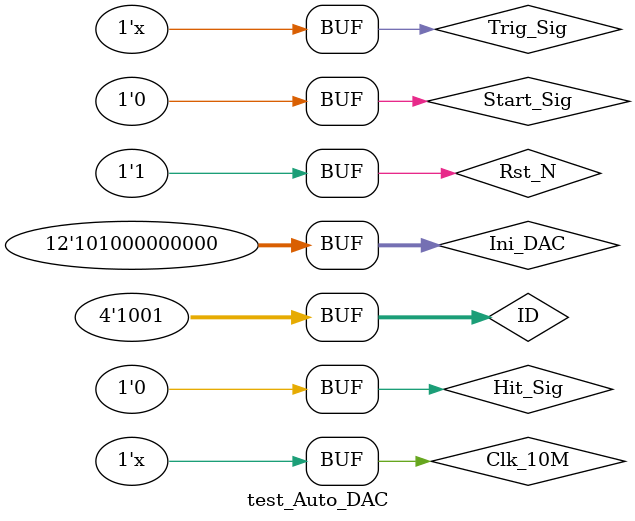
<source format=v>
`timescale 1ns / 1ns


module test_Auto_DAC(

    );
	reg Clk_10M;
	reg Rst_N;
	reg Start_Sig;
	wire [12:1] Ini_DAC = 12'ha00;
	wire [4:1] ID = 4'b1001;
	reg Hit_Sig;
	reg Trig_Sig;
	reg End_SC_Sig;
	wire Out_End_Flag;
	wire Out_Token_Sig;
	wire Out_Set_SC_Sig;
	wire [64:1] Out_Mask_Code;
	wire [12:1] Out_DAC_Code;
	wire [16:1] Out_Fifo_Din;
	wire Out_Fifo_Wr;

	initial 
	begin
		Clk_10M = 0;
		Rst_N = 0;
		Start_Sig = 0;
		Hit_Sig = 0;
		Trig_Sig = 0;
		#100
		Rst_N = 1'b1;
		#100
		Start_Sig = 1'b1;
		#500
		Start_Sig = 1'b0;
	end		

  always @ (*)
    begin
      #50
      Clk_10M <= ~Clk_10M; //10MHz Clock   
    end   
	
  always @ (*)
  begin
	  #5000
	  Trig_Sig <= ~Trig_Sig;
  end		
 /* always @ (posedge Trig_Sig )//100% hit
  begin
	#2000
	  Hit_Sig <= 1'b1;
	#500
	  Hit_Sig <= 1'b0;
  end		
*/

  always @(posedge Out_Set_SC_Sig)// 
  begin
	  #500
	  End_SC_Sig <= 1'b1;
	  #200
	  End_SC_Sig <= 1'b0;
  end		
 /*SKIROC2_S_Para_Scan SKIROC_Auto_TA_Inst(
    .Clk_10M(Clk_10M),
    .Rst_N(Rst_N),
    .In_Start(Start_Sig),
    .In_ID(ID),
    .In_Ini_DAC(Ini_DAC),
	.In_Hit_In(Hit_Sig),
    .In_Trig_In(Trig_Sig),//rising edge effect
	.In_Sc_End(End_SC_Sig),
    .Out_End(Out_End_Flag),
    .Out_Token(Out_Token_Sig),
    .Out_Set_SC(Out_Set_SC_Sig),
	.Out_Send_Trig(),
    .Out_Mask_Code(Out_Mask_Code),
    .Out_DAC_Code(Out_DAC_Code),
    .Out_Fifo_Din(Out_Fifo_Din),
    .Out_Fifo_Wr(Out_Fifo_Wr)
    );
*/
 Auto_TA_Scan Auto_TA_Scan_Inst(
     .Clk_10MHz(Clk_10M),
     .Rst_N(Rst_N),
     .Ini_DAC(Ini_DAC),
     .In_Trig_Ex_From_Signal(Trig_Sig),
     .In_Hit_From_SKIROC(Hit_Sig),
     .In_Start_Scan(Start_Sig),
	 .In_Finish_Sc(End_SC_Sig), //at least last 1cyc
     .Out_Finish_Scan(Out_End_Flag),
	 .Out_Set_SC(Out_Set_SC_Sig),
	 .Out_Set_DAC(Out_DAC_Code),//48bit but useful is 40bit
     .Out_Mask_Code(Out_Mask_Code),
     .Out_Fifo_Din(Out_Fifo_Din),
     .Out_Fifo_Wr(Out_Fifo_Wr)
    );
Fifo_Auto_TA FIFO_Auto_TA_Inst (
  .rst(~Rst_N),        // input wire rst
  .wr_clk(Clk_10M),  // input wire wr_clk
  .rd_clk(Clk_10M),  // input wire rd_clk
  .din(Out_Fifo_Din),        // input wire [15 : 0] din
  .wr_en(Out_Fifo_Wr),    // input wire wr_en
  .rd_en(1'b1),    // input wire rd_en
  .dout(),      // output wire [15 : 0] dout
  .full(),      // output wire full
  .empty()    // output wire empty
);
endmodule

</source>
